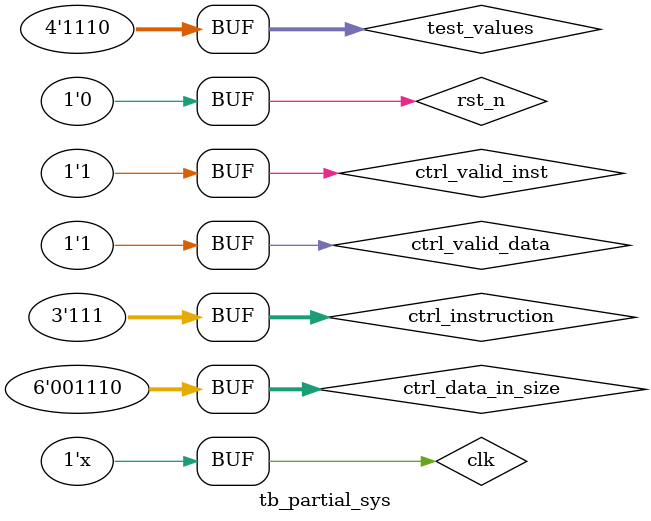
<source format=v>
`timescale 1ns/10ps
`default_nettype none

module tb_partial_sys;
reg clk;
reg rst_n;

reg [31:0] mc_data_in;

wire [31:0] mc_data_out_opa, mc_data_out_opb;
 
reg [2:0] ctrl_instruction;
reg ctrl_valid_inst, ctrl_valid_data;
reg [5:0] ctrl_data_in_size;
wire procc_start;

wire [2:0] data_contition;
wire [5:0] data_length;
wire mc_done;
wire mc_we;
wire mc_data_done;
wire procc_done;

wire [5:0] mc_address_mem;
reg [31:0] mc_data_in_opa, mc_data_in_opb ;

reg [3:0] test_values;
reg [31:0] test_numbers_data_a [13:0];
reg [31:0] test_numbers_data_b [13:0];

wire [5:0] mc_address_mem_opa_w, mc_address_mem_opb_w;
wire [31:0] mc_data_out_opa_w, mc_data_out_opb_w, mem_data_in_opa_w, mem_data_in_opb_w;

mem_ctrl dut_memctrl_0(
	.mc_clk(clk),
	.mc_reset(rst_n),
	.mc_address_mem_opa(mc_address_mem_opa_w),
	.mc_address_mem_opb(mc_address_mem_opb_w),
	.mc_data_in_opa(mc_data_in_opa),
	.mc_data_in_opb(mc_data_in_opb),
	.mc_data_out_opa(mc_data_out_opa),
	.mc_data_out_opb(mc_data_out_opb),
	.mem_data_in_opa(mem_data_in_opa_w),
	.mem_data_in_opb(mem_data_in_opb_w),	
	.mem_data_out_opa(mc_data_out_opa_w),
	.mem_data_out_opb(mc_data_out_opb_w),
	.mc_data_contition(data_contition),
	.mc_data_length(data_length),
	.mc_done(mc_done),
	.mc_we(mc_we),
	.mc_data_done(mc_data_done)
);

single_port_ram dut_ram_0(
	.mem_data_in_opa(mem_data_in_opa_w),
	.mem_data_in_opb(mem_data_in_opb_w),	
	.mc_address_mem_opa(mc_address_mem_opa_w),
	.mc_address_mem_opb(mc_address_mem_opb_w),
	.mem_we(mc_we), 
	.mem_clk(clk),
	.mem_data_out_opa(mc_data_out_opa_w),
	.mem_data_out_opb(mc_data_out_opb_w)
);

core_control dut_core_control_0(
	.ctrl_clk(clk),
	.ctrl_reset(rst_n),
	.ctrl_instruction(ctrl_instruction),
	.ctrl_valid_inst(ctrl_valid_inst),
	.ctrl_valid_data(ctrl_valid_data),
	.ctrl_data_in_size(ctrl_data_in_size),
	.ctrl_data_contition(data_contition),
	.mc_done(mc_done),
	.mc_data_done(mc_data_done),
	.mc_data_length(data_length),
	.procc_done(procc_done),
	.procc_start(procc_start)
);

localparam CLK_PERIOD = 10;
always #(CLK_PERIOD/2) clk=~clk;

always @(posedge clk or posedge rst_n) begin
	if (rst_n) begin
		test_numbers_data_a[0] <= 'd11111111;
		test_numbers_data_a[1] <= 'd22222222;

		test_numbers_data_a[2] <= 'd33333333;
		test_numbers_data_a[3] <= 'd44444444;

		test_numbers_data_a[4] <= 'd55555555;
		test_numbers_data_a[5] <= 'd66666666;

		test_numbers_data_a[6] <= 'd77777777;
		test_numbers_data_a[7] <= 'd88888888;

		test_numbers_data_a[8] <= 'd99999999;
		test_numbers_data_a[9] <= 'd10101010;

		test_numbers_data_a[10] <= 'd1313131;
		test_numbers_data_a[11] <= 'd1414141;

		test_numbers_data_a[12] <= 'd1515151;
		test_numbers_data_a[13] <= 'd1717171;	
		
	end
end

always @(posedge clk or posedge rst_n) begin
	if (rst_n) begin
		test_numbers_data_b[0] <= 'd66611111;
		test_numbers_data_b[1] <= 'd66622222;

		test_numbers_data_b[2] <= 'd66633333;
		test_numbers_data_b[3] <= 'd66644444;

		test_numbers_data_b[4] <= 'd66655555;
		test_numbers_data_b[5] <= 'd99966666;

		test_numbers_data_b[6] <= 'd66677777;
		test_numbers_data_b[7] <= 'd66688888;

		test_numbers_data_b[8] <= 'd66699999;
		test_numbers_data_b[9] <= 'd66601010;

		test_numbers_data_b[10] <= 'd6613131;
		test_numbers_data_b[11] <= 'd6614141;

		test_numbers_data_b[12] <= 'd6615151;
		test_numbers_data_b[13] <= 'd6617171;	
		
	end
end

initial begin
	$dumpfile("tb_partial_sys.vcd");
	$dumpvars(0, tb_partial_sys);
end

initial begin
	clk = 1;
	ctrl_valid_data = 1'b0;
	ctrl_valid_inst = 1'b0;
	ctrl_data_in_size = 'd14;
	rst_n = 1;
	#50;
	ctrl_instruction = 3'b111;
	rst_n = 0;
	ctrl_valid_data = 1'b1;
	ctrl_valid_inst = 1'b1;
	#20;
	for (test_values = 0; test_values < 14; test_values = test_values + 1) begin
		mc_data_in_opa = test_numbers_data_a[test_values];
		mc_data_in_opb = test_numbers_data_b[test_values];
		#10;
	end

end

endmodule
`default_nettype wire
</source>
